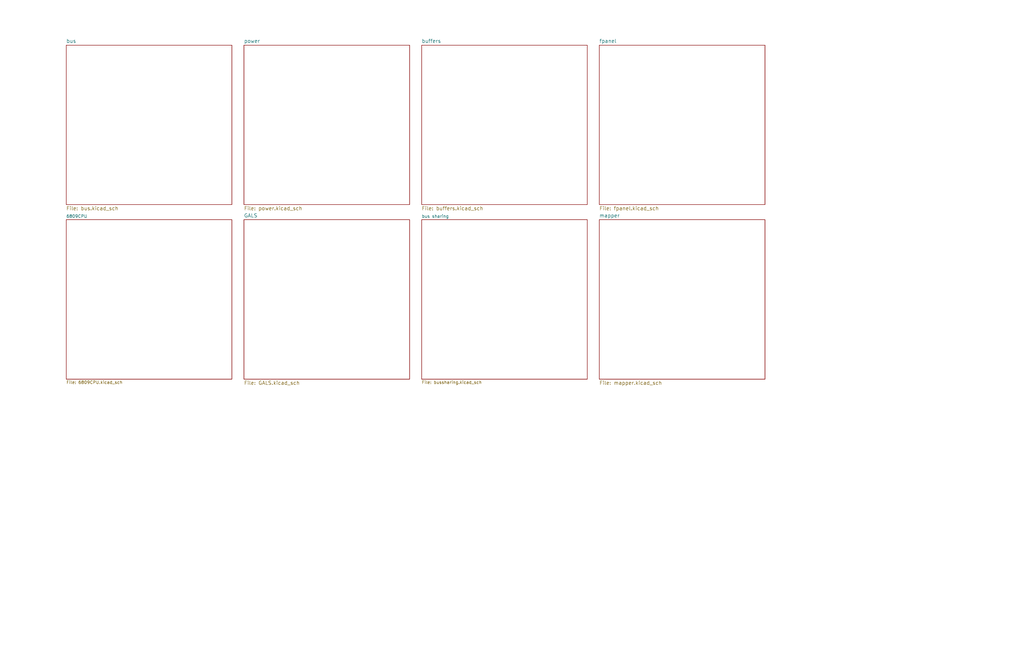
<source format=kicad_sch>
(kicad_sch (version 20211123) (generator eeschema)

  (uuid 18cdbc1e-88fb-4fa4-ad3d-e978304be174)

  (paper "B")

  (title_block
    (title "Duodyne 6809 CPU board")
    (date "2023-12-29")
    (rev "V1.00")
  )

  (lib_symbols
  )


  (sheet (at 102.87 92.71) (size 69.85 67.31) (fields_autoplaced)
    (stroke (width 0) (type solid) (color 0 0 0 0))
    (fill (color 0 0 0 0.0000))
    (uuid 00000000-0000-0000-0000-0000640c66b9)
    (property "Sheet name" "GALS" (id 0) (at 102.87 91.8714 0)
      (effects (font (size 1.524 1.524)) (justify left bottom))
    )
    (property "Sheet file" "GALS.kicad_sch" (id 1) (at 102.87 160.7062 0)
      (effects (font (size 1.524 1.524)) (justify left top))
    )
  )

  (sheet (at 252.73 92.71) (size 69.85 67.31) (fields_autoplaced)
    (stroke (width 0) (type solid) (color 0 0 0 0))
    (fill (color 0 0 0 0.0000))
    (uuid 00000000-0000-0000-0000-000064122c47)
    (property "Sheet name" "mapper" (id 0) (at 252.73 91.8714 0)
      (effects (font (size 1.524 1.524)) (justify left bottom))
    )
    (property "Sheet file" "mapper.kicad_sch" (id 1) (at 252.73 160.7062 0)
      (effects (font (size 1.524 1.524)) (justify left top))
    )
  )

  (sheet (at 252.73 19.05) (size 69.85 67.31) (fields_autoplaced)
    (stroke (width 0) (type solid) (color 0 0 0 0))
    (fill (color 0 0 0 0.0000))
    (uuid 00000000-0000-0000-0000-000064137070)
    (property "Sheet name" "fpanel" (id 0) (at 252.73 18.2114 0)
      (effects (font (size 1.524 1.524)) (justify left bottom))
    )
    (property "Sheet file" "fpanel.kicad_sch" (id 1) (at 252.73 87.0462 0)
      (effects (font (size 1.524 1.524)) (justify left top))
    )
  )

  (sheet (at 27.94 19.05) (size 69.85 67.31) (fields_autoplaced)
    (stroke (width 0) (type solid) (color 0 0 0 0))
    (fill (color 0 0 0 0.0000))
    (uuid 00000000-0000-0000-0000-00006416c532)
    (property "Sheet name" "bus" (id 0) (at 27.94 18.2114 0)
      (effects (font (size 1.524 1.524)) (justify left bottom))
    )
    (property "Sheet file" "bus.kicad_sch" (id 1) (at 27.94 87.0462 0)
      (effects (font (size 1.524 1.524)) (justify left top))
    )
  )

  (sheet (at 102.87 19.05) (size 69.85 67.31) (fields_autoplaced)
    (stroke (width 0) (type solid) (color 0 0 0 0))
    (fill (color 0 0 0 0.0000))
    (uuid 00000000-0000-0000-0000-0000643138dc)
    (property "Sheet name" "power" (id 0) (at 102.87 18.2114 0)
      (effects (font (size 1.524 1.524)) (justify left bottom))
    )
    (property "Sheet file" "power.kicad_sch" (id 1) (at 102.87 87.0462 0)
      (effects (font (size 1.524 1.524)) (justify left top))
    )
  )

  (sheet (at 177.8 19.05) (size 69.85 67.31) (fields_autoplaced)
    (stroke (width 0) (type solid) (color 0 0 0 0))
    (fill (color 0 0 0 0.0000))
    (uuid 00000000-0000-0000-0000-00006439f52f)
    (property "Sheet name" "buffers" (id 0) (at 177.8 18.2114 0)
      (effects (font (size 1.524 1.524)) (justify left bottom))
    )
    (property "Sheet file" "buffers.kicad_sch" (id 1) (at 177.8 87.0462 0)
      (effects (font (size 1.524 1.524)) (justify left top))
    )
  )

  (sheet (at 27.94 92.71) (size 69.85 67.31) (fields_autoplaced)
    (stroke (width 0.1524) (type solid) (color 0 0 0 0))
    (fill (color 0 0 0 0.0000))
    (uuid ba44e7a1-24af-4410-9b7f-d27d944b565f)
    (property "Sheet name" "6809CPU" (id 0) (at 27.94 91.9984 0)
      (effects (font (size 1.27 1.27)) (justify left bottom))
    )
    (property "Sheet file" "6809CPU.kicad_sch" (id 1) (at 27.94 160.6046 0)
      (effects (font (size 1.27 1.27)) (justify left top))
    )
  )

  (sheet (at 177.8 92.71) (size 69.85 67.31) (fields_autoplaced)
    (stroke (width 0.1524) (type solid) (color 0 0 0 0))
    (fill (color 0 0 0 0.0000))
    (uuid ff72463c-5183-4732-aac6-18e75b0f54a5)
    (property "Sheet name" "bus sharing" (id 0) (at 177.8 91.9984 0)
      (effects (font (size 1.27 1.27)) (justify left bottom))
    )
    (property "Sheet file" "bussharing.kicad_sch" (id 1) (at 177.8 160.6046 0)
      (effects (font (size 1.27 1.27)) (justify left top))
    )
  )

  (sheet_instances
    (path "/" (page "1"))
    (path "/00000000-0000-0000-0000-00006416c532" (page "2"))
    (path "/00000000-0000-0000-0000-0000643138dc" (page "4"))
    (path "/00000000-0000-0000-0000-0000640c66b9" (page "5"))
    (path "/00000000-0000-0000-0000-00006439f52f" (page "6"))
    (path "/00000000-0000-0000-0000-000064137070" (page "8"))
    (path "/ba44e7a1-24af-4410-9b7f-d27d944b565f" (page "9"))
    (path "/ff72463c-5183-4732-aac6-18e75b0f54a5" (page "9"))
    (path "/00000000-0000-0000-0000-000064122c47" (page "11"))
  )

  (symbol_instances
    (path "/00000000-0000-0000-0000-0000643138dc/00000000-0000-0000-0000-0000677ee733"
      (reference "#FLG01") (unit 1) (value "PWR_FLAG") (footprint "")
    )
    (path "/00000000-0000-0000-0000-0000643138dc/00000000-0000-0000-0000-0000677eae37"
      (reference "#FLG02") (unit 1) (value "PWR_FLAG") (footprint "")
    )
    (path "/00000000-0000-0000-0000-0000643138dc/00000000-0000-0000-0000-000061bf5d9e"
      (reference "#FLG06") (unit 1) (value "PWR_FLAG") (footprint "")
    )
    (path "/00000000-0000-0000-0000-0000643138dc/00000000-0000-0000-0000-000061c30931"
      (reference "#FLG07") (unit 1) (value "PWR_FLAG") (footprint "")
    )
    (path "/00000000-0000-0000-0000-000064122c47/00000000-0000-0000-0000-000064147ae5"
      (reference "#PWR01") (unit 1) (value "VCC") (footprint "")
    )
    (path "/ba44e7a1-24af-4410-9b7f-d27d944b565f/107af932-3391-43a8-85de-0919ee7cca99"
      (reference "#PWR02") (unit 1) (value "GND") (footprint "")
    )
    (path "/00000000-0000-0000-0000-000064122c47/00000000-0000-0000-0000-000064147aeb"
      (reference "#PWR03") (unit 1) (value "GND") (footprint "")
    )
    (path "/00000000-0000-0000-0000-0000643138dc/0b05c438-0a18-42a3-80d9-a010ec50bc5f"
      (reference "#PWR08") (unit 1) (value "VCC") (footprint "")
    )
    (path "/ba44e7a1-24af-4410-9b7f-d27d944b565f/306cbe8e-9a9e-4019-ab11-0bb0b408f90a"
      (reference "#PWR013") (unit 1) (value "VCC") (footprint "")
    )
    (path "/00000000-0000-0000-0000-0000643138dc/00000000-0000-0000-0000-000064060f28"
      (reference "#PWR014") (unit 1) (value "VCC") (footprint "")
    )
    (path "/00000000-0000-0000-0000-000064122c47/d7b4b364-f4b1-4944-ad9f-493a54887a91"
      (reference "#PWR016") (unit 1) (value "VCC") (footprint "")
    )
    (path "/ba44e7a1-24af-4410-9b7f-d27d944b565f/646b01d5-f09c-4929-aa16-c2e857cb951a"
      (reference "#PWR017") (unit 1) (value "VCC") (footprint "")
    )
    (path "/00000000-0000-0000-0000-000064122c47/377aafc5-e54a-4376-b8ba-9bf6b95e9aef"
      (reference "#PWR018") (unit 1) (value "VCC") (footprint "")
    )
    (path "/ba44e7a1-24af-4410-9b7f-d27d944b565f/ee03a8a8-b612-4f25-b3e7-fcd176d0eb9d"
      (reference "#PWR019") (unit 1) (value "VCC") (footprint "")
    )
    (path "/00000000-0000-0000-0000-000064122c47/97596c84-27ce-4048-a699-e4872fc03342"
      (reference "#PWR020") (unit 1) (value "GND") (footprint "")
    )
    (path "/ba44e7a1-24af-4410-9b7f-d27d944b565f/b0ca1975-184d-43b1-b23f-b67700594863"
      (reference "#PWR021") (unit 1) (value "VCC") (footprint "")
    )
    (path "/00000000-0000-0000-0000-000064122c47/199b0506-d0a3-4fbe-aa49-c65d328dcd66"
      (reference "#PWR022") (unit 1) (value "VCC") (footprint "")
    )
    (path "/00000000-0000-0000-0000-000064122c47/6c391d53-edeb-4e58-83b2-b0886de13f87"
      (reference "#PWR023") (unit 1) (value "VCC") (footprint "")
    )
    (path "/ba44e7a1-24af-4410-9b7f-d27d944b565f/4f5507b5-9af5-4c61-a290-404a26cf6d48"
      (reference "#PWR024") (unit 1) (value "VCC") (footprint "")
    )
    (path "/00000000-0000-0000-0000-000064122c47/cbb91dda-10c8-4833-aad0-cd3e8bbb2209"
      (reference "#PWR025") (unit 1) (value "GND") (footprint "")
    )
    (path "/ba44e7a1-24af-4410-9b7f-d27d944b565f/03730084-5be7-49cb-89e7-b45fb62cce63"
      (reference "#PWR026") (unit 1) (value "GND") (footprint "")
    )
    (path "/ba44e7a1-24af-4410-9b7f-d27d944b565f/eb1fd595-c228-41ba-986d-c6a2281ef12f"
      (reference "#PWR028") (unit 1) (value "VCC") (footprint "")
    )
    (path "/ba44e7a1-24af-4410-9b7f-d27d944b565f/42f2b020-44a1-47f3-b086-dad55ca8160e"
      (reference "#PWR034") (unit 1) (value "VCC") (footprint "")
    )
    (path "/ba44e7a1-24af-4410-9b7f-d27d944b565f/f709a401-610e-4a04-8b4a-46ead637c1d8"
      (reference "#PWR035") (unit 1) (value "GND") (footprint "")
    )
    (path "/00000000-0000-0000-0000-0000643138dc/00000000-0000-0000-0000-00006404b16d"
      (reference "#PWR037") (unit 1) (value "GND") (footprint "")
    )
    (path "/00000000-0000-0000-0000-0000643138dc/00000000-0000-0000-0000-0000678b4d3c"
      (reference "#PWR040") (unit 1) (value "GND") (footprint "")
    )
    (path "/00000000-0000-0000-0000-0000643138dc/00000000-0000-0000-0000-00006078f299"
      (reference "#PWR075") (unit 1) (value "VCC") (footprint "")
    )
    (path "/00000000-0000-0000-0000-0000643138dc/00000000-0000-0000-0000-00005dc72f1a"
      (reference "#PWR077") (unit 1) (value "GND") (footprint "")
    )
    (path "/ba44e7a1-24af-4410-9b7f-d27d944b565f/3eeb2202-4672-4527-b159-d5e99089f268"
      (reference "#PWR0101") (unit 1) (value "VCC") (footprint "")
    )
    (path "/ba44e7a1-24af-4410-9b7f-d27d944b565f/7abdab3b-34a5-470a-a975-59685a1cd065"
      (reference "#PWR0102") (unit 1) (value "GND") (footprint "")
    )
    (path "/00000000-0000-0000-0000-000064122c47/8f671c3b-0292-4e30-ab70-3524f770b66f"
      (reference "#PWR0103") (unit 1) (value "VCC") (footprint "")
    )
    (path "/ff72463c-5183-4732-aac6-18e75b0f54a5/021a36b7-9b9d-44b8-9f8e-190006634ff6"
      (reference "#PWR0104") (unit 1) (value "GND") (footprint "")
    )
    (path "/ff72463c-5183-4732-aac6-18e75b0f54a5/72aba676-917b-4589-a106-e581b32a66a1"
      (reference "#PWR0105") (unit 1) (value "GND") (footprint "")
    )
    (path "/ff72463c-5183-4732-aac6-18e75b0f54a5/c037e2c3-6490-41cd-8767-79bef062cff4"
      (reference "#PWR0106") (unit 1) (value "VCC") (footprint "")
    )
    (path "/ff72463c-5183-4732-aac6-18e75b0f54a5/b8719e59-7a0a-4ba6-991f-41f58e94fcb1"
      (reference "#PWR0107") (unit 1) (value "GND") (footprint "")
    )
    (path "/00000000-0000-0000-0000-000064122c47/00000000-0000-0000-0000-00006423526f"
      (reference "#PWR0108") (unit 1) (value "GND") (footprint "")
    )
    (path "/ff72463c-5183-4732-aac6-18e75b0f54a5/ed69963f-027d-4792-9372-6a6ffaf51f59"
      (reference "#PWR0109") (unit 1) (value "VCC") (footprint "")
    )
    (path "/00000000-0000-0000-0000-0000640c66b9/a83aa0f7-6e8b-44a1-9975-f9f47b38f205"
      (reference "#PWR0110") (unit 1) (value "GND") (footprint "")
    )
    (path "/ff72463c-5183-4732-aac6-18e75b0f54a5/af7728e2-77a6-42e1-b83b-74b73a641017"
      (reference "#PWR0111") (unit 1) (value "VCC") (footprint "")
    )
    (path "/ff72463c-5183-4732-aac6-18e75b0f54a5/6bfd9898-7e3b-41c6-990f-ce9becef3e9a"
      (reference "#PWR0112") (unit 1) (value "VCC") (footprint "")
    )
    (path "/00000000-0000-0000-0000-0000643138dc/00000000-0000-0000-0000-000074740b2a"
      (reference "#PWR0113") (unit 1) (value "VCC") (footprint "")
    )
    (path "/00000000-0000-0000-0000-0000643138dc/00000000-0000-0000-0000-000074741222"
      (reference "#PWR0114") (unit 1) (value "GND") (footprint "")
    )
    (path "/00000000-0000-0000-0000-0000643138dc/00000000-0000-0000-0000-0000748148d0"
      (reference "#PWR0115") (unit 1) (value "GND") (footprint "")
    )
    (path "/00000000-0000-0000-0000-0000643138dc/00000000-0000-0000-0000-000074815b64"
      (reference "#PWR0116") (unit 1) (value "VCC") (footprint "")
    )
    (path "/00000000-0000-0000-0000-0000643138dc/00000000-0000-0000-0000-00006423b698"
      (reference "#PWR0117") (unit 1) (value "GND") (footprint "")
    )
    (path "/ff72463c-5183-4732-aac6-18e75b0f54a5/ebd0a8e2-a227-4479-9686-30658bb7f6d9"
      (reference "#PWR0118") (unit 1) (value "VCC") (footprint "")
    )
    (path "/00000000-0000-0000-0000-0000640c66b9/32b5f58b-faf8-41d7-9123-4ec74fcf16f9"
      (reference "#PWR0119") (unit 1) (value "VCC") (footprint "")
    )
    (path "/00000000-0000-0000-0000-0000640c66b9/3b79b3e6-6ba3-4358-8098-f6ebc66e2620"
      (reference "#PWR0120") (unit 1) (value "VCC") (footprint "")
    )
    (path "/00000000-0000-0000-0000-0000640c66b9/ff725b1b-9139-4b42-9271-7e96d124ab3d"
      (reference "#PWR0121") (unit 1) (value "GND") (footprint "")
    )
    (path "/00000000-0000-0000-0000-00006439f52f/8c03795a-22e8-47e1-bc5f-643f085f7c4d"
      (reference "#PWR0122") (unit 1) (value "GND") (footprint "")
    )
    (path "/00000000-0000-0000-0000-000064122c47/54f1f147-ffab-4115-bca5-ea29e32b2002"
      (reference "#PWR0123") (unit 1) (value "VCC") (footprint "")
    )
    (path "/00000000-0000-0000-0000-000064122c47/3ecf1e0a-a0d8-45ae-bd24-2442111969a1"
      (reference "#PWR0124") (unit 1) (value "GND") (footprint "")
    )
    (path "/00000000-0000-0000-0000-00006439f52f/e50cf33d-e0e1-46ee-83a8-d61a622d486b"
      (reference "#PWR0125") (unit 1) (value "VCC") (footprint "")
    )
    (path "/00000000-0000-0000-0000-00006439f52f/6adef5d3-7f9e-4968-bfc6-4fa1a838c830"
      (reference "#PWR0126") (unit 1) (value "GND") (footprint "")
    )
    (path "/00000000-0000-0000-0000-00006439f52f/ee97e33d-20f9-423a-8cb7-34e2e4eb3f05"
      (reference "#PWR0127") (unit 1) (value "GND") (footprint "")
    )
    (path "/00000000-0000-0000-0000-00006439f52f/30e92551-deac-4268-9588-3943223f34b3"
      (reference "#PWR0128") (unit 1) (value "VCC") (footprint "")
    )
    (path "/00000000-0000-0000-0000-00006439f52f/9c9b87db-5b91-455b-b8f5-590b5cafaff4"
      (reference "#PWR0129") (unit 1) (value "VCC") (footprint "")
    )
    (path "/00000000-0000-0000-0000-00006439f52f/ea19a89f-283f-4be7-9101-5cc369b0f5f7"
      (reference "#PWR0130") (unit 1) (value "GND") (footprint "")
    )
    (path "/00000000-0000-0000-0000-00006439f52f/fa4d699e-2f89-4a08-9eb7-de4de0151153"
      (reference "#PWR0131") (unit 1) (value "VCC") (footprint "")
    )
    (path "/00000000-0000-0000-0000-00006439f52f/1d441c73-07a2-44b9-b15d-382b055db6e0"
      (reference "#PWR0132") (unit 1) (value "GND") (footprint "")
    )
    (path "/00000000-0000-0000-0000-00006439f52f/91e635c1-3002-4732-bbea-36fc1058cc78"
      (reference "#PWR0133") (unit 1) (value "VCC") (footprint "")
    )
    (path "/00000000-0000-0000-0000-00006439f52f/5dde0f64-72f3-45b9-9192-118c640fe386"
      (reference "#PWR0134") (unit 1) (value "VCC") (footprint "")
    )
    (path "/00000000-0000-0000-0000-00006439f52f/65a14602-5bd5-4b39-b422-b109c4c828b2"
      (reference "#PWR0135") (unit 1) (value "VCC") (footprint "")
    )
    (path "/ba44e7a1-24af-4410-9b7f-d27d944b565f/686747ea-7a32-4dcc-a849-25bb1ce0ea22"
      (reference "#PWR0136") (unit 1) (value "VCC") (footprint "")
    )
    (path "/00000000-0000-0000-0000-000064122c47/0f4648cd-f13d-47d0-bac5-1a5ce56b2519"
      (reference "#PWR0137") (unit 1) (value "GND") (footprint "")
    )
    (path "/00000000-0000-0000-0000-000064122c47/6bc9be38-c02e-4694-b80d-97d18bbd9b28"
      (reference "#PWR0138") (unit 1) (value "VCC") (footprint "")
    )
    (path "/00000000-0000-0000-0000-000064122c47/f4332e00-8f1e-4b5f-9274-6cbbf7dc8f6c"
      (reference "#PWR0139") (unit 1) (value "GND") (footprint "")
    )
    (path "/00000000-0000-0000-0000-00006439f52f/cc0d0eed-0ecc-45e4-afc1-67c0f558c050"
      (reference "#PWR0140") (unit 1) (value "GND") (footprint "")
    )
    (path "/00000000-0000-0000-0000-000064137070/00000000-0000-0000-0000-00006417294b"
      (reference "#PWR0141") (unit 1) (value "GND") (footprint "")
    )
    (path "/00000000-0000-0000-0000-000064137070/00000000-0000-0000-0000-000064172957"
      (reference "#PWR0142") (unit 1) (value "VCC") (footprint "")
    )
    (path "/00000000-0000-0000-0000-000064137070/00000000-0000-0000-0000-000064172992"
      (reference "#PWR0143") (unit 1) (value "VCC") (footprint "")
    )
    (path "/00000000-0000-0000-0000-000064137070/00000000-0000-0000-0000-0000641729c1"
      (reference "#PWR0144") (unit 1) (value "GND") (footprint "")
    )
    (path "/00000000-0000-0000-0000-000064137070/00000000-0000-0000-0000-0000641729c7"
      (reference "#PWR0145") (unit 1) (value "VCC") (footprint "")
    )
    (path "/00000000-0000-0000-0000-00006439f52f/3b97d0b0-0cf6-41c0-99a6-8b6929c4e91a"
      (reference "#PWR0146") (unit 1) (value "VCC") (footprint "")
    )
    (path "/00000000-0000-0000-0000-000064122c47/ceca4ddd-37ab-4977-958a-af9f64295623"
      (reference "#PWR0147") (unit 1) (value "VCC") (footprint "")
    )
    (path "/00000000-0000-0000-0000-000064122c47/8d54a8e8-0c11-4e77-81e7-b67e6db4ddba"
      (reference "#PWR0148") (unit 1) (value "VCC") (footprint "")
    )
    (path "/00000000-0000-0000-0000-000064122c47/ee154416-1a20-43c6-bbea-2aac8ddaee24"
      (reference "#PWR0149") (unit 1) (value "GND") (footprint "")
    )
    (path "/00000000-0000-0000-0000-000064122c47/fb5172e2-51f4-4540-b316-f052a114a622"
      (reference "#PWR0150") (unit 1) (value "VCC") (footprint "")
    )
    (path "/00000000-0000-0000-0000-000064122c47/556bee7f-fb5d-4478-927c-732288a03ce5"
      (reference "#PWR0151") (unit 1) (value "GND") (footprint "")
    )
    (path "/00000000-0000-0000-0000-0000643138dc/00000000-0000-0000-0000-000066ef3cb5"
      (reference "C2") (unit 1) (value "0.1u") (footprint "Capacitor_THT:C_Disc_D5.0mm_W2.5mm_P5.00mm")
    )
    (path "/00000000-0000-0000-0000-0000643138dc/00000000-0000-0000-0000-000066ef3cb6"
      (reference "C3") (unit 1) (value "0.1u") (footprint "Capacitor_THT:C_Disc_D5.0mm_W2.5mm_P5.00mm")
    )
    (path "/00000000-0000-0000-0000-0000643138dc/00000000-0000-0000-0000-000066ef3cb7"
      (reference "C4") (unit 1) (value "0.1u") (footprint "Capacitor_THT:C_Disc_D5.0mm_W2.5mm_P5.00mm")
    )
    (path "/00000000-0000-0000-0000-0000643138dc/00000000-0000-0000-0000-000066ef3cb8"
      (reference "C5") (unit 1) (value "0.1u") (footprint "Capacitor_THT:C_Disc_D5.0mm_W2.5mm_P5.00mm")
    )
    (path "/00000000-0000-0000-0000-0000643138dc/00000000-0000-0000-0000-000066ef3cb9"
      (reference "C6") (unit 1) (value "0.1u") (footprint "Capacitor_THT:C_Disc_D5.0mm_W2.5mm_P5.00mm")
    )
    (path "/00000000-0000-0000-0000-0000643138dc/00000000-0000-0000-0000-000066ef3cb0"
      (reference "C8") (unit 1) (value "0.1u") (footprint "Capacitor_THT:C_Disc_D5.0mm_W2.5mm_P5.00mm")
    )
    (path "/00000000-0000-0000-0000-0000643138dc/00000000-0000-0000-0000-0000604aaf75"
      (reference "C9") (unit 1) (value "0.1u") (footprint "Capacitor_THT:C_Disc_D5.0mm_W2.5mm_P5.00mm")
    )
    (path "/00000000-0000-0000-0000-0000643138dc/00000000-0000-0000-0000-0000604aaf7b"
      (reference "C10") (unit 1) (value "0.1u") (footprint "Capacitor_THT:C_Disc_D5.0mm_W2.5mm_P5.00mm")
    )
    (path "/00000000-0000-0000-0000-0000643138dc/00000000-0000-0000-0000-0000604aaf81"
      (reference "C11") (unit 1) (value "0.1u") (footprint "Capacitor_THT:C_Disc_D5.0mm_W2.5mm_P5.00mm")
    )
    (path "/00000000-0000-0000-0000-0000643138dc/00000000-0000-0000-0000-0000604aaf87"
      (reference "C12") (unit 1) (value "0.1u") (footprint "Capacitor_THT:C_Disc_D5.0mm_W2.5mm_P5.00mm")
    )
    (path "/00000000-0000-0000-0000-0000643138dc/00000000-0000-0000-0000-0000619d49ce"
      (reference "C13") (unit 1) (value "0.1u") (footprint "Capacitor_THT:C_Disc_D5.0mm_W2.5mm_P5.00mm")
    )
    (path "/00000000-0000-0000-0000-0000643138dc/00000000-0000-0000-0000-0000619d4c6a"
      (reference "C14") (unit 1) (value "0.1u") (footprint "Capacitor_THT:C_Disc_D5.0mm_W2.5mm_P5.00mm")
    )
    (path "/00000000-0000-0000-0000-0000643138dc/00000000-0000-0000-0000-000063a0f723"
      (reference "C15") (unit 1) (value "0.1u") (footprint "Capacitor_THT:C_Disc_D5.0mm_W2.5mm_P5.00mm")
    )
    (path "/00000000-0000-0000-0000-0000643138dc/00000000-0000-0000-0000-0000621873dc"
      (reference "C16") (unit 1) (value "0.1u") (footprint "Capacitor_THT:C_Disc_D5.0mm_W2.5mm_P5.00mm")
    )
    (path "/00000000-0000-0000-0000-0000643138dc/00000000-0000-0000-0000-0000603a8e72"
      (reference "C17") (unit 1) (value "0.1u") (footprint "Capacitor_THT:C_Disc_D5.0mm_W2.5mm_P5.00mm")
    )
    (path "/00000000-0000-0000-0000-0000643138dc/00000000-0000-0000-0000-0000603a8ed5"
      (reference "C18") (unit 1) (value "0.1u") (footprint "Capacitor_THT:C_Disc_D5.0mm_W2.5mm_P5.00mm")
    )
    (path "/00000000-0000-0000-0000-0000643138dc/00000000-0000-0000-0000-0000603a8f23"
      (reference "C19") (unit 1) (value "0.1u") (footprint "Capacitor_THT:C_Disc_D5.0mm_W2.5mm_P5.00mm")
    )
    (path "/00000000-0000-0000-0000-0000643138dc/00000000-0000-0000-0000-0000603a8f29"
      (reference "C20") (unit 1) (value "0.1u") (footprint "Capacitor_THT:C_Disc_D5.0mm_W2.5mm_P5.00mm")
    )
    (path "/00000000-0000-0000-0000-0000643138dc/00000000-0000-0000-0000-0000603a8fa5"
      (reference "C21") (unit 1) (value "0.1u") (footprint "Capacitor_THT:C_Disc_D5.0mm_W2.5mm_P5.00mm")
    )
    (path "/00000000-0000-0000-0000-0000643138dc/00000000-0000-0000-0000-0000603a8fab"
      (reference "C22") (unit 1) (value "0.1u") (footprint "Capacitor_THT:C_Disc_D5.0mm_W2.5mm_P5.00mm")
    )
    (path "/00000000-0000-0000-0000-0000643138dc/00000000-0000-0000-0000-00006039a89e"
      (reference "C23") (unit 1) (value "0.1u") (footprint "Capacitor_THT:C_Disc_D5.0mm_W2.5mm_P5.00mm")
    )
    (path "/00000000-0000-0000-0000-0000643138dc/00000000-0000-0000-0000-0000604fab57"
      (reference "C24") (unit 1) (value "0.1u") (footprint "Capacitor_THT:C_Disc_D5.0mm_W2.5mm_P5.00mm")
    )
    (path "/00000000-0000-0000-0000-0000643138dc/00000000-0000-0000-0000-00006039bd2a"
      (reference "C25") (unit 1) (value "10u") (footprint "Capacitor_THT:CP_Radial_D5.0mm_P2.50mm")
    )
    (path "/00000000-0000-0000-0000-0000643138dc/00000000-0000-0000-0000-000066ef3cb2"
      (reference "C26") (unit 1) (value "10u") (footprint "Capacitor_THT:CP_Radial_D5.0mm_P2.50mm")
    )
    (path "/00000000-0000-0000-0000-0000643138dc/00000000-0000-0000-0000-000066ef3cb1"
      (reference "C27") (unit 1) (value "10u") (footprint "Capacitor_THT:CP_Radial_D5.0mm_P2.50mm")
    )
    (path "/00000000-0000-0000-0000-0000643138dc/00000000-0000-0000-0000-0000603a3d80"
      (reference "C28") (unit 1) (value "10u") (footprint "Capacitor_THT:CP_Radial_D5.0mm_P2.50mm")
    )
    (path "/00000000-0000-0000-0000-0000643138dc/00000000-0000-0000-0000-00006046282a"
      (reference "C29") (unit 1) (value "22u") (footprint "Capacitor_THT:CP_Radial_D5.0mm_P2.50mm")
    )
    (path "/00000000-0000-0000-0000-0000643138dc/00000000-0000-0000-0000-000064409848"
      (reference "C30") (unit 1) (value "0.1u") (footprint "Capacitor_THT:C_Disc_D5.0mm_W2.5mm_P5.00mm")
    )
    (path "/00000000-0000-0000-0000-0000643138dc/00000000-0000-0000-0000-00006440984e"
      (reference "C31") (unit 1) (value "0.1u") (footprint "Capacitor_THT:C_Disc_D5.0mm_W2.5mm_P5.00mm")
    )
    (path "/00000000-0000-0000-0000-0000643138dc/00000000-0000-0000-0000-000064409854"
      (reference "C32") (unit 1) (value "0.1u") (footprint "Capacitor_THT:C_Disc_D5.0mm_W2.5mm_P5.00mm")
    )
    (path "/00000000-0000-0000-0000-0000643138dc/00000000-0000-0000-0000-00006440985a"
      (reference "C33") (unit 1) (value "0.1u") (footprint "Capacitor_THT:C_Disc_D5.0mm_W2.5mm_P5.00mm")
    )
    (path "/00000000-0000-0000-0000-0000643138dc/00000000-0000-0000-0000-000064409860"
      (reference "C34") (unit 1) (value "0.1u") (footprint "Capacitor_THT:C_Disc_D5.0mm_W2.5mm_P5.00mm")
    )
    (path "/00000000-0000-0000-0000-0000643138dc/00000000-0000-0000-0000-00006436dac6"
      (reference "C35") (unit 1) (value "0.1u") (footprint "Capacitor_THT:C_Disc_D5.0mm_W2.5mm_P5.00mm")
    )
    (path "/00000000-0000-0000-0000-0000643138dc/00000000-0000-0000-0000-00006067ab82"
      (reference "C36") (unit 1) (value "0.1u") (footprint "Capacitor_THT:C_Disc_D5.0mm_W2.5mm_P5.00mm")
    )
    (path "/00000000-0000-0000-0000-0000643138dc/00000000-0000-0000-0000-00006067ab88"
      (reference "C37") (unit 1) (value "0.1u") (footprint "Capacitor_THT:C_Disc_D5.0mm_W2.5mm_P5.00mm")
    )
    (path "/00000000-0000-0000-0000-0000643138dc/00000000-0000-0000-0000-00006067ab8e"
      (reference "C38") (unit 1) (value "0.1u") (footprint "Capacitor_THT:C_Disc_D5.0mm_W2.5mm_P5.00mm")
    )
    (path "/00000000-0000-0000-0000-0000643138dc/00000000-0000-0000-0000-000064376ff9"
      (reference "C39") (unit 1) (value "0.1u") (footprint "Capacitor_THT:C_Disc_D5.0mm_W2.5mm_P5.00mm")
    )
    (path "/00000000-0000-0000-0000-0000643138dc/1852e14f-4b7c-4953-8076-6d8ca6e51eb3"
      (reference "C40") (unit 1) (value "0.1u") (footprint "Capacitor_THT:C_Disc_D5.0mm_W2.5mm_P5.00mm")
    )
    (path "/00000000-0000-0000-0000-0000643138dc/00000000-0000-0000-0000-00005ec2d28f"
      (reference "C46") (unit 1) (value "47uF") (footprint "Capacitor_THT:CP_Radial_D5.0mm_P2.50mm")
    )
    (path "/ba44e7a1-24af-4410-9b7f-d27d944b565f/f3f487d6-fbae-44ff-b1a7-bc601ac8342b"
      (reference "D2") (unit 1) (value "LED") (footprint "LED_THT:LED_D3.0mm_Horizontal_O3.81mm_Z2.0mm")
    )
    (path "/ba44e7a1-24af-4410-9b7f-d27d944b565f/a490af47-b6de-4a43-9804-e7c3a74d6614"
      (reference "D3") (unit 1) (value "LED") (footprint "LED_THT:LED_D3.0mm_Horizontal_O3.81mm_Z2.0mm")
    )
    (path "/ff72463c-5183-4732-aac6-18e75b0f54a5/5755ef8b-e2f8-449d-8c67-f664738a44cf"
      (reference "D4") (unit 1) (value "6502") (footprint "LED_THT:LED_D3.0mm_Horizontal_O3.81mm_Z2.0mm")
    )
    (path "/ba44e7a1-24af-4410-9b7f-d27d944b565f/e5d6193a-4b48-47f3-9c4e-07f266bdf5bc"
      (reference "D6") (unit 1) (value "1N4148") (footprint "Diode_THT:D_DO-35_SOD27_P7.62mm_Horizontal")
    )
    (path "/00000000-0000-0000-0000-0000643138dc/00000000-0000-0000-0000-000069da04ba"
      (reference "D7") (unit 1) (value "LED") (footprint "LED_THT:LED_D3.0mm_Horizontal_O3.81mm_Z2.0mm")
    )
    (path "/00000000-0000-0000-0000-000064122c47/17929d5a-0e2b-4d15-a417-3870dad7c514"
      (reference "D9") (unit 1) (value "LED") (footprint "LED_THT:LED_D3.0mm_Horizontal_O3.81mm_Z2.0mm")
    )
    (path "/00000000-0000-0000-0000-0000643138dc/00000000-0000-0000-0000-0000640ace56"
      (reference "H1") (unit 1) (value "MountingHole") (footprint "MountingHole:MountingHole_3.2mm_M3_Pad")
    )
    (path "/00000000-0000-0000-0000-0000643138dc/00000000-0000-0000-0000-000063eab760"
      (reference "H2") (unit 1) (value "MountingHole") (footprint "MountingHole:MountingHole_3.2mm_M3_Pad")
    )
    (path "/ff72463c-5183-4732-aac6-18e75b0f54a5/07cf95ae-0d39-4777-86e1-52ddd6ffdada"
      (reference "J1") (unit 1) (value "IO Address Select") (footprint "Connector_PinHeader_2.54mm:PinHeader_2x08_P2.54mm_Vertical")
    )
    (path "/ff72463c-5183-4732-aac6-18e75b0f54a5/ccdb0986-66fd-45c0-b020-9f08c2cfb945"
      (reference "J2") (unit 1) (value "65816 RESET") (footprint "Connector_PinHeader_2.54mm:PinHeader_1x03_P2.54mm_Horizontal")
    )
    (path "/ff72463c-5183-4732-aac6-18e75b0f54a5/59e4b649-c943-4500-8e90-5772679f08ed"
      (reference "J3") (unit 1) (value "6809 ONLY") (footprint "Connector_PinHeader_2.54mm:PinHeader_1x03_P2.54mm_Horizontal")
    )
    (path "/ba44e7a1-24af-4410-9b7f-d27d944b565f/30c2f79b-460c-4697-a0dc-5e0b78c977f4"
      (reference "J4") (unit 1) (value "RES SEL") (footprint "Connector_PinHeader_2.54mm:PinHeader_1x02_P2.54mm_Vertical")
    )
    (path "/00000000-0000-0000-0000-000064137070/00000000-0000-0000-0000-000064172976"
      (reference "J11") (unit 1) (value "FPANEL") (footprint "Connector_IDC:IDC-Header_2x20_P2.54mm_Horizontal")
    )
    (path "/00000000-0000-0000-0000-00006439f52f/80508298-96b3-4ec3-8220-d48ebf9a9228"
      (reference "JP1") (unit 1) (value "GENERATE CLOCK") (footprint "Connector_PinHeader_2.54mm:PinHeader_1x02_P2.54mm_Vertical")
    )
    (path "/00000000-0000-0000-0000-000064122c47/01149d91-778a-482b-9dec-84436b1565bc"
      (reference "JP2") (unit 1) (value "I2C INT") (footprint "Connector_PinHeader_2.54mm:PinHeader_1x02_P2.54mm_Vertical")
    )
    (path "/00000000-0000-0000-0000-00006439f52f/9d569813-3fec-4ca5-ac59-fc87e148b4ef"
      (reference "JP3") (unit 1) (value "GENERATE RESET") (footprint "Connector_PinHeader_2.54mm:PinHeader_1x02_P2.54mm_Horizontal")
    )
    (path "/00000000-0000-0000-0000-00006439f52f/57b5ffbf-4d7d-4718-9170-d305038cbeb3"
      (reference "JP4") (unit 1) (value "BUS CPU") (footprint "Connector_PinHeader_2.54mm:PinHeader_2x04_P2.54mm_Vertical")
    )
    (path "/00000000-0000-0000-0000-000064122c47/00000000-0000-0000-0000-000064147ac3"
      (reference "JP10") (unit 1) (value "IO PORT ADDR") (footprint "Connector_PinHeader_2.54mm:PinHeader_2x04_P2.54mm_Vertical")
    )
    (path "/00000000-0000-0000-0000-000064122c47/7c5a55ed-e663-4251-aa7b-c3e318e37703"
      (reference "JP13") (unit 1) (value "SER INT") (footprint "Connector_PinHeader_2.54mm:PinHeader_1x02_P2.54mm_Vertical")
    )
    (path "/00000000-0000-0000-0000-0000643138dc/67c11acd-46d8-46f8-9f2c-6b3328c1776f"
      (reference "NT3") (unit 1) (value "NetTie_2") (footprint "NetTie:NetTie-2_THT_Pad0.3mm")
    )
    (path "/00000000-0000-0000-0000-0000643138dc/940691be-1c9f-42e2-ace8-25f93580c5d0"
      (reference "NT4") (unit 1) (value "NetTie_2") (footprint "NetTie:NetTie-2_THT_Pad0.3mm")
    )
    (path "/00000000-0000-0000-0000-00006416c532/00000000-0000-0000-0000-000069da04b5"
      (reference "P1") (unit 1) (value "CONN_02X25") (footprint "Connector_IDC:IDC-Header_2x25_P2.54mm_Horizontal")
    )
    (path "/00000000-0000-0000-0000-00006416c532/00000000-0000-0000-0000-000069da04b6"
      (reference "P2") (unit 1) (value "CONN_02X25") (footprint "Connector_IDC:IDC-Header_2x25_P2.54mm_Horizontal")
    )
    (path "/00000000-0000-0000-0000-00006416c532/00000000-0000-0000-0000-000064220138"
      (reference "P3") (unit 1) (value "CONN_02X25") (footprint "Connector_IDC:IDC-Header_2x25_P2.54mm_Horizontal")
    )
    (path "/00000000-0000-0000-0000-000064122c47/00000000-0000-0000-0000-000064235269"
      (reference "R1") (unit 1) (value "470") (footprint "Resistor_THT:R_Axial_DIN0207_L6.3mm_D2.5mm_P7.62mm_Horizontal")
    )
    (path "/00000000-0000-0000-0000-000064122c47/5431c09c-e55e-4494-a6b5-990df89abbcf"
      (reference "R2") (unit 1) (value "10K") (footprint "Resistor_THT:R_Axial_DIN0207_L6.3mm_D2.5mm_P7.62mm_Horizontal")
    )
    (path "/00000000-0000-0000-0000-000064122c47/f8439f35-9b54-4eeb-9790-c7bb1bf4ce01"
      (reference "R3") (unit 1) (value "10K") (footprint "Resistor_THT:R_Axial_DIN0207_L6.3mm_D2.5mm_P7.62mm_Horizontal")
    )
    (path "/ba44e7a1-24af-4410-9b7f-d27d944b565f/59be4c85-6e0b-46d0-bc9e-b7fd7c79ea74"
      (reference "R4") (unit 1) (value "470") (footprint "Resistor_THT:R_Axial_DIN0207_L6.3mm_D2.5mm_P7.62mm_Horizontal")
    )
    (path "/ba44e7a1-24af-4410-9b7f-d27d944b565f/31da51c9-15d0-4383-9810-d367a0b832ca"
      (reference "R5") (unit 1) (value "470") (footprint "Resistor_THT:R_Axial_DIN0207_L6.3mm_D2.5mm_P7.62mm_Horizontal")
    )
    (path "/ba44e7a1-24af-4410-9b7f-d27d944b565f/80317852-6295-4304-b760-ef7228b0c2df"
      (reference "R6") (unit 1) (value "1K") (footprint "Resistor_THT:R_Axial_DIN0207_L6.3mm_D2.5mm_P7.62mm_Horizontal")
    )
    (path "/ba44e7a1-24af-4410-9b7f-d27d944b565f/3d6e5635-b8f1-4698-b22a-ceff57ee5c0c"
      (reference "R7") (unit 1) (value "10") (footprint "Resistor_THT:R_Axial_DIN0207_L6.3mm_D2.5mm_P7.62mm_Horizontal")
    )
    (path "/ff72463c-5183-4732-aac6-18e75b0f54a5/b7989ea5-e673-4ff5-86eb-aae2e2e4bb02"
      (reference "R8") (unit 1) (value "470Ω") (footprint "Resistor_THT:R_Axial_DIN0207_L6.3mm_D2.5mm_P7.62mm_Horizontal")
    )
    (path "/ba44e7a1-24af-4410-9b7f-d27d944b565f/c98a86fc-082f-42e9-8687-f527fb59ce42"
      (reference "R9") (unit 1) (value "1K") (footprint "Resistor_THT:R_Axial_DIN0207_L6.3mm_D2.5mm_P7.62mm_Horizontal")
    )
    (path "/00000000-0000-0000-0000-000064122c47/cdefb784-fd4f-4e83-a84b-19a09abe0fa7"
      (reference "R12") (unit 1) (value "470") (footprint "Resistor_THT:R_Axial_DIN0207_L6.3mm_D2.5mm_P7.62mm_Horizontal")
    )
    (path "/00000000-0000-0000-0000-0000643138dc/5a376e85-8892-405f-ab1e-432fa09c880c"
      (reference "R13") (unit 1) (value "470") (footprint "Resistor_THT:R_Axial_DIN0207_L6.3mm_D2.5mm_P7.62mm_Horizontal")
    )
    (path "/00000000-0000-0000-0000-00006439f52f/dbba931f-cd1b-43ca-bf58-c4e03fdd026f"
      (reference "RN1") (unit 1) (value "4700") (footprint "Resistor_THT:R_Array_SIP9")
    )
    (path "/ff72463c-5183-4732-aac6-18e75b0f54a5/58086d53-75ab-42eb-a5ff-974dc635f05a"
      (reference "RN2") (unit 1) (value "1KΩ") (footprint "Resistor_THT:R_Array_SIP9")
    )
    (path "/00000000-0000-0000-0000-000064122c47/e336a431-ee17-4dbb-87b7-c509cc708668"
      (reference "RN3") (unit 1) (value "470") (footprint "Resistor_THT:R_Array_SIP9")
    )
    (path "/00000000-0000-0000-0000-00006439f52f/34f72c7e-19e5-4214-b159-51d1c0a63132"
      (reference "RN4") (unit 1) (value "4700") (footprint "Resistor_THT:R_Array_SIP9")
    )
    (path "/00000000-0000-0000-0000-000064137070/00000000-0000-0000-0000-00006417297c"
      (reference "RN5") (unit 1) (value "4700") (footprint "Resistor_THT:R_Array_SIP9")
    )
    (path "/00000000-0000-0000-0000-000064122c47/00000000-0000-0000-0000-000064147af1"
      (reference "RN8") (unit 1) (value "10K") (footprint "Resistor_THT:R_Array_SIP9")
    )
    (path "/ba44e7a1-24af-4410-9b7f-d27d944b565f/804b5f9b-30de-4640-b49b-0af90de7dbe2"
      (reference "SW1") (unit 1) (value "RESET") (footprint "Button_Switch_THT:SW_Tactile_SPST_Angled_PTS645Vx58-2LFS")
    )
    (path "/ba44e7a1-24af-4410-9b7f-d27d944b565f/3399f586-f40c-4252-8731-5478a1466223"
      (reference "U1") (unit 1) (value "74LS04") (footprint "Package_DIP:DIP-14_W7.62mm_Socket_LongPads")
    )
    (path "/ba44e7a1-24af-4410-9b7f-d27d944b565f/21cd8abb-8182-41f6-94dc-5092c9290407"
      (reference "U1") (unit 2) (value "74LS04") (footprint "Package_DIP:DIP-14_W7.62mm_Socket_LongPads")
    )
    (path "/00000000-0000-0000-0000-000064122c47/7c4e7166-93ae-4ee5-9005-b32a773d047d"
      (reference "U1") (unit 3) (value "74LS04") (footprint "Package_DIP:DIP-14_W7.62mm_Socket_LongPads")
    )
    (path "/00000000-0000-0000-0000-000064122c47/e6d7a81c-187b-454e-ace8-2d519caaa4e1"
      (reference "U1") (unit 4) (value "74LS04") (footprint "Package_DIP:DIP-14_W7.62mm_Socket_LongPads")
    )
    (path "/ff72463c-5183-4732-aac6-18e75b0f54a5/03a2e5d5-9de4-46e8-be5a-cd8fa1114878"
      (reference "U1") (unit 5) (value "74LS04") (footprint "Package_DIP:DIP-14_W7.62mm_Socket_LongPads")
    )
    (path "/ff72463c-5183-4732-aac6-18e75b0f54a5/c866c09a-bab5-4f59-a30e-3e35f18c19b2"
      (reference "U1") (unit 6) (value "74LS04") (footprint "Package_DIP:DIP-14_W7.62mm_Socket_LongPads")
    )
    (path "/00000000-0000-0000-0000-0000643138dc/9e2bf224-8eba-4077-a5ed-e51b6aa53b80"
      (reference "U1") (unit 7) (value "74LS04") (footprint "Package_DIP:DIP-14_W7.62mm_Socket_LongPads")
    )
    (path "/00000000-0000-0000-0000-0000640c66b9/6e7b237d-2d2a-4233-9ae4-f9a4fe106ebd"
      (reference "U2") (unit 1) (value "GAL16V8") (footprint "Package_DIP:DIP-20_W7.62mm_Socket_LongPads")
    )
    (path "/00000000-0000-0000-0000-0000640c66b9/d6ac58a4-dd32-4c18-b585-550bcb9a4a9a"
      (reference "U3") (unit 1) (value "GAL22V10") (footprint "Package_DIP:DIP-24_W7.62mm_Socket_LongPads")
    )
    (path "/ba44e7a1-24af-4410-9b7f-d27d944b565f/44d02456-48e6-4e94-9dc7-fa116ed59691"
      (reference "U4") (unit 1) (value "74LS07") (footprint "Package_DIP:DIP-14_W7.62mm_Socket_LongPads")
    )
    (path "/00000000-0000-0000-0000-000064122c47/a4f23fbb-d644-496f-a0d4-34cfc30f4079"
      (reference "U4") (unit 2) (value "74LS07") (footprint "Package_DIP:DIP-14_W7.62mm_Socket_LongPads")
    )
    (path "/ba44e7a1-24af-4410-9b7f-d27d944b565f/e6d6baa3-7c04-4161-876f-8a8d4f592449"
      (reference "U4") (unit 3) (value "74LS07") (footprint "Package_DIP:DIP-14_W7.62mm_Socket_LongPads")
    )
    (path "/ba44e7a1-24af-4410-9b7f-d27d944b565f/3621f30e-d9eb-4e6b-8b2e-405a7cf435f2"
      (reference "U4") (unit 5) (value "74LS07") (footprint "Package_DIP:DIP-14_W7.62mm_Socket_LongPads")
    )
    (path "/ff72463c-5183-4732-aac6-18e75b0f54a5/74bca526-009c-4018-87f4-b640c74bd1de"
      (reference "U4") (unit 6) (value "74LS07") (footprint "Package_DIP:DIP-14_W7.62mm_Socket_LongPads")
    )
    (path "/00000000-0000-0000-0000-0000643138dc/00000000-0000-0000-0000-0000603a96fc"
      (reference "U4") (unit 7) (value "74LS07") (footprint "Package_DIP:DIP-14_W7.62mm_Socket_LongPads")
    )
    (path "/00000000-0000-0000-0000-0000640c66b9/7455ae01-b7ff-4ca5-b365-088d71d48a96"
      (reference "U5") (unit 1) (value "GAL16V8") (footprint "Package_DIP:DIP-20_W7.62mm_Socket_LongPads")
    )
    (path "/00000000-0000-0000-0000-00006439f52f/c0965275-fc51-4077-a3ed-63b9faedca92"
      (reference "U6") (unit 1) (value "74LS244") (footprint "Package_DIP:DIP-20_W7.62mm_Socket_LongPads")
    )
    (path "/00000000-0000-0000-0000-000064122c47/44e1c01e-6ea7-4a8a-aaec-d512a7d1e571"
      (reference "U7") (unit 1) (value "74LS14") (footprint "Package_DIP:DIP-14_W7.62mm_Socket_LongPads")
    )
    (path "/00000000-0000-0000-0000-000064122c47/56e95e4b-b739-4c4f-92fe-88ca03715b4b"
      (reference "U7") (unit 2) (value "74LS14") (footprint "Package_DIP:DIP-14_W7.62mm_Socket_LongPads")
    )
    (path "/ff72463c-5183-4732-aac6-18e75b0f54a5/2f6dd24e-3168-4cbe-9932-8ece8498d39b"
      (reference "U7") (unit 3) (value "74LS14") (footprint "Package_DIP:DIP-14_W7.62mm_Socket_LongPads")
    )
    (path "/00000000-0000-0000-0000-0000643138dc/8df67e5d-e669-4d1a-887b-dab716bdb818"
      (reference "U7") (unit 5) (value "74LS14") (footprint "Package_DIP:DIP-14_W7.62mm_Socket_LongPads")
    )
    (path "/00000000-0000-0000-0000-0000643138dc/3f68e8dd-f00d-4130-b303-2c4751b3374c"
      (reference "U7") (unit 7) (value "74LS14") (footprint "Package_DIP:DIP-14_W7.62mm_Socket_LongPads")
    )
    (path "/00000000-0000-0000-0000-00006439f52f/898f10e1-3154-40c3-bf48-8dddd5f7ceef"
      (reference "U8") (unit 1) (value "74LS244") (footprint "Package_DIP:DIP-20_W7.62mm_Socket_LongPads")
    )
    (path "/00000000-0000-0000-0000-0000640c66b9/58b2f835-8782-4641-84d8-d08958f97a9f"
      (reference "U9") (unit 1) (value "GAL22V10") (footprint "Package_DIP:DIP-24_W7.62mm_Socket_LongPads")
    )
    (path "/00000000-0000-0000-0000-00006439f52f/0e1d5008-642f-449e-8bf4-74072e2657b1"
      (reference "U10") (unit 1) (value "74LS244") (footprint "Package_DIP:DIP-20_W7.62mm_Socket_LongPads")
    )
    (path "/00000000-0000-0000-0000-00006439f52f/c531e92d-8a1b-4f49-aa28-14d04fe86d8d"
      (reference "U11") (unit 1) (value "74LS245") (footprint "Package_DIP:DIP-20_W7.62mm_Socket_LongPads")
    )
    (path "/00000000-0000-0000-0000-000064122c47/00000000-0000-0000-0000-000064147ac9"
      (reference "U12") (unit 1) (value "74LS688") (footprint "Package_DIP:DIP-20_W7.62mm_Socket_LongPads")
    )
    (path "/ba44e7a1-24af-4410-9b7f-d27d944b565f/bb6187e7-cd8f-4948-9239-bf23778f380f"
      (reference "U13") (unit 1) (value "CPU CLOCK") (footprint "Package_DIP:DIP-14_W7.62mm_Socket_LongPads")
    )
    (path "/00000000-0000-0000-0000-00006439f52f/c72d6b90-8998-43a6-b785-0e704a42660b"
      (reference "U14") (unit 1) (value "74LS244") (footprint "Package_DIP:DIP-20_W7.62mm_Socket_LongPads")
    )
    (path "/ba44e7a1-24af-4410-9b7f-d27d944b565f/71857ca6-ca59-4fad-8cc2-ab639300c160"
      (reference "U15") (unit 1) (value "DS1233") (footprint "Package_TO_SOT_THT:TO-92L_HandSolder")
    )
    (path "/00000000-0000-0000-0000-0000643138dc/8acdc0a5-d4c0-44af-9257-05275b0e13e2"
      (reference "U16") (unit 1) (value "74LS08") (footprint "Package_DIP:DIP-14_W7.62mm_Socket_LongPads")
    )
    (path "/ff72463c-5183-4732-aac6-18e75b0f54a5/e1616c68-0ece-4a9b-a2b5-d9954f9dbd21"
      (reference "U16") (unit 3) (value "74LS08") (footprint "Package_DIP:DIP-14_W7.62mm_Socket_LongPads")
    )
    (path "/ff72463c-5183-4732-aac6-18e75b0f54a5/40476a68-7143-4f27-a0fb-e92618b4734f"
      (reference "U16") (unit 4) (value "74LS08") (footprint "Package_DIP:DIP-14_W7.62mm_Socket_LongPads")
    )
    (path "/00000000-0000-0000-0000-0000643138dc/fceff695-6ef5-407c-8017-22315d063f7b"
      (reference "U16") (unit 5) (value "74LS08") (footprint "Package_DIP:DIP-14_W7.62mm_Socket_LongPads")
    )
    (path "/00000000-0000-0000-0000-00006439f52f/e3f57c48-c7b6-430f-b798-7c6ec5259857"
      (reference "U17") (unit 1) (value "74LS244") (footprint "Package_DIP:DIP-20_W7.62mm_Socket_LongPads")
    )
    (path "/00000000-0000-0000-0000-000064122c47/8aac4aab-c0c5-413c-a9b9-ef641370050e"
      (reference "U18") (unit 1) (value "UART CLOCK") (footprint "Package_DIP:DIP-14_W7.62mm_Socket_LongPads")
    )
    (path "/ba44e7a1-24af-4410-9b7f-d27d944b565f/9dea5715-5069-4296-8d6e-cdf6047a376e"
      (reference "U19") (unit 1) (value "27C64") (footprint "Package_DIP:DIP-28_W15.24mm_Socket_LongPads")
    )
    (path "/00000000-0000-0000-0000-000064122c47/d319e028-f52d-4125-b772-107e7e263223"
      (reference "U20") (unit 1) (value "TL16C550CFN") (footprint "Package_LCC:PLCC-44_THT-Socket")
    )
    (path "/ff72463c-5183-4732-aac6-18e75b0f54a5/871712b3-cfe1-418b-a978-f4764d808aa1"
      (reference "U21") (unit 1) (value "74LS74") (footprint "Package_DIP:DIP-14_W7.62mm_Socket_LongPads")
    )
    (path "/ff72463c-5183-4732-aac6-18e75b0f54a5/e22940a4-5a06-4e4e-86ec-19c83cb5352d"
      (reference "U21") (unit 2) (value "74LS74") (footprint "Package_DIP:DIP-14_W7.62mm_Socket_LongPads")
    )
    (path "/00000000-0000-0000-0000-0000643138dc/9c0bc999-a1b6-4108-bf78-c6deb8d61bd4"
      (reference "U21") (unit 3) (value "74LS74") (footprint "Package_DIP:DIP-14_W7.62mm_Socket_LongPads")
    )
    (path "/ff72463c-5183-4732-aac6-18e75b0f54a5/7e959a4b-21e2-4c65-89cc-e91a41aca799"
      (reference "U22") (unit 1) (value "74LS688") (footprint "Package_DIP:DIP-20_W7.62mm_Socket_LongPads")
    )
    (path "/00000000-0000-0000-0000-000064122c47/edd845d4-de30-4585-ad9a-4fa364eb4777"
      (reference "U24") (unit 1) (value "74LS670") (footprint "Package_DIP:DIP-16_W7.62mm")
    )
    (path "/00000000-0000-0000-0000-000064122c47/3aead215-13b4-4a6d-8f4e-31d093ec4438"
      (reference "U25") (unit 1) (value "74LS374") (footprint "Package_DIP:DIP-20_W7.62mm_Socket_LongPads")
    )
    (path "/00000000-0000-0000-0000-000064122c47/2e534a99-1a69-4857-a7ce-2886a1ec47de"
      (reference "U27") (unit 1) (value "PCF8584") (footprint "Package_DIP:DIP-20_W7.62mm_Socket_LongPads")
    )
    (path "/ba44e7a1-24af-4410-9b7f-d27d944b565f/9cdd2d5f-670d-4863-82e1-895cb9a26463"
      (reference "U28") (unit 1) (value "MC6809") (footprint "Package_DIP:DIP-40_W15.24mm")
    )
    (path "/00000000-0000-0000-0000-000064122c47/a60bb0c9-4e25-4f13-bcd4-f05929c58b93"
      (reference "U29") (unit 1) (value "74LS670") (footprint "Package_DIP:DIP-16_W7.62mm")
    )
    (path "/00000000-0000-0000-0000-000064122c47/4374a7bc-98e4-4a44-a457-68571ca4e465"
      (reference "U30") (unit 1) (value "74LS74") (footprint "Package_DIP:DIP-14_W7.62mm")
    )
    (path "/00000000-0000-0000-0000-000064137070/1dd8d7ca-42da-40db-aae7-ef2d595ecf67"
      (reference "U31") (unit 1) (value "74LS244") (footprint "Package_DIP:DIP-20_W7.62mm_Socket_LongPads")
    )
    (path "/00000000-0000-0000-0000-000064137070/00000000-0000-0000-0000-0000641729f8"
      (reference "U33") (unit 1) (value "74LS374") (footprint "Package_DIP:DIP-20_W7.62mm_Socket_LongPads")
    )
  )
)

</source>
